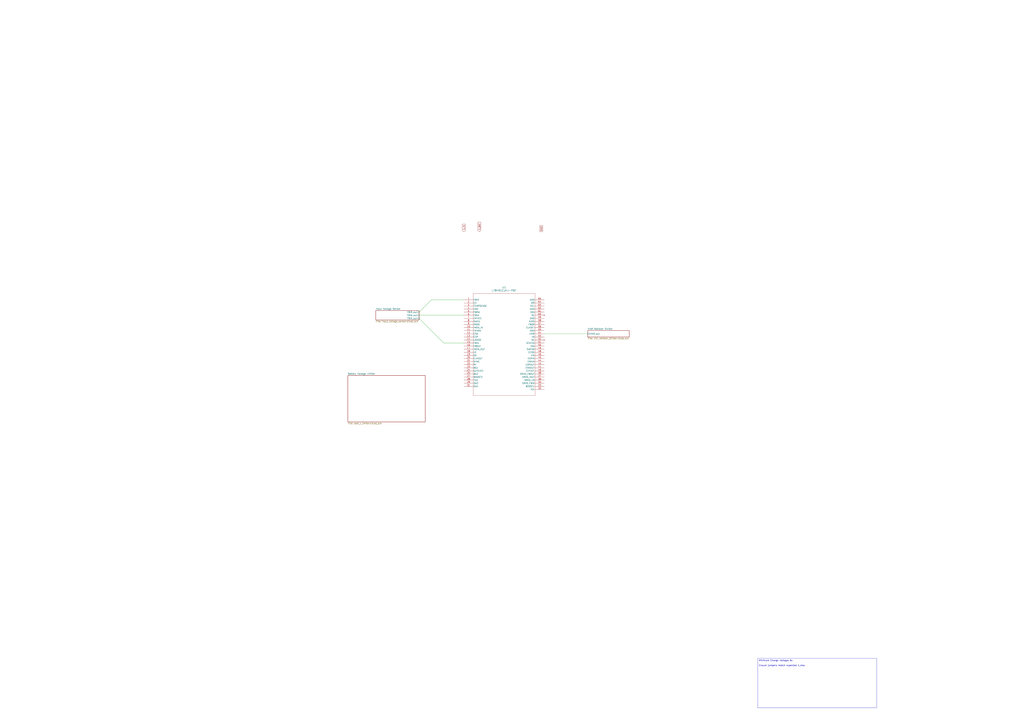
<source format=kicad_sch>
(kicad_sch (version 20230121) (generator eeschema)
  (paper "A1")
  (title_block (title "Transplutonic Resonator") (date "DRAFT") (rev "DRAFT") (company "Az Builds") (comment 1 "Multi-chemistry, multi-voltage battery management circuit") (comment 2 "Implements LT8491"))
  (lib_symbols
    (symbol "tp-lib:LT8491EUKJ-PBF" (pin_names (offset 0.254))
      (property "Reference" "U" (at 33.02 10.16 0))
      (property "Value" "LT8491EUKJ-PBF" (at 33.02 7.62 0))
      (symbol "LT8491EUKJ-PBF_0_1"
        (polyline (pts (xy 7.62 -78.74) (xy 58.42 -78.74)) (stroke (width 0.127)))
        (polyline (pts (xy 7.62 5.08) (xy 7.62 -78.74)) (stroke (width 0.127)))
        (polyline (pts (xy 58.42 -78.74) (xy 58.42 5.08)) (stroke (width 0.127)))
        (polyline (pts (xy 58.42 5.08) (xy 7.62 5.08)) (stroke (width 0.127)))
        (pin input line (at 0 0 0) (length 7.62) (name "FBIR") (number "1"))
        (pin unspecified line (at 0 -22.86 0) (length 7.62) (name "IMON_IN") (number "10"))
        (pin input line (at 0 -25.4 0) (length 7.62) (name "*SHDN") (number "11"))
        (pin input line (at 0 -27.94 0) (length 7.62) (name "CSN") (number "12"))
        (pin input line (at 0 -30.48 0) (length 7.62) (name "CSP") (number "13"))
        (pin power_in line (at 0 -33.02 0) (length 7.62) (name "LDO33") (number "14"))
        (pin input line (at 0 -35.56 0) (length 7.62) (name "FBIN") (number "15"))
        (pin input line (at 0 -38.1 0) (length 7.62) (name "FBOUT") (number "16"))
        (pin output line (at 0 -40.64 0) (length 7.62) (name "IMON_OUT") (number "17"))
        (pin output line (at 0 -43.18 0) (length 7.62) (name "VC") (number "18"))
        (pin input line (at 0 -45.72 0) (length 7.62) (name "SS") (number "19"))
        (pin input line (at 0 -2.54 0) (length 7.62) (name "CA") (number "2"))
        (pin output line (at 0 -48.26 0) (length 7.62) (name "CLKOUT") (number "20"))
        (pin unspecified line (at 0 -50.8 0) (length 7.62) (name "SYNC") (number "21"))
        (pin unspecified line (at 0 -53.34 0) (length 7.62) (name "RT") (number "22"))
        (pin power_in line (at 0 -55.88 0) (length 7.62) (name "BG1") (number "23"))
        (pin power_in line (at 0 -58.42 0) (length 7.62) (name "GATEVCC") (number "24"))
        (pin power_in line (at 0 -60.96 0) (length 7.62) (name "BG2") (number "25"))
        (pin power_in line (at 0 -63.5 0) (length 7.62) (name "BOOST2") (number "27"))
        (pin power_in line (at 0 -66.04 0) (length 7.62) (name "TG2") (number "28"))
        (pin power_in line (at 0 -68.58 0) (length 7.62) (name "SW2") (number "29"))
        (pin input line (at 0 -5.08 0) (length 7.62) (name "TEMPSENSE") (number "3"))
        (pin power_in line (at 0 -71.12 0) (length 7.62) (name "SW1") (number "31"))
        (pin power_in line (at 66.04 -73.66 180) (length 7.62) (name "TG1") (number "32"))
        (pin power_in line (at 66.04 -71.12 180) (length 7.62) (name "BOOST1") (number "33"))
        (pin output line (at 66.04 -68.58 180) (length 7.62) (name "SRVO_FBIN") (number "35"))
        (pin output line (at 66.04 -66.04 180) (length 7.62) (name "SRVO_IIN") (number "36"))
        (pin output line (at 66.04 -63.5 180) (length 7.62) (name "SRVO_IOUT") (number "37"))
        (pin output line (at 66.04 -60.96 180) (length 7.62) (name "SRVO_FBOUT") (number "38"))
        (pin power_in line (at 0 -7.62 0) (length 7.62) (name "VDD") (number "4"))
        (pin power_in line (at 66.04 -58.42 180) (length 7.62) (name "EXTVCC") (number "40"))
        (pin input line (at 66.04 -55.88 180) (length 7.62) (name "CSNOUT") (number "41"))
        (pin input line (at 66.04 -53.34 180) (length 7.62) (name "CSPOUT") (number "42"))
        (pin input line (at 66.04 -50.8 180) (length 7.62) (name "CSNIN") (number "44"))
        (pin input line (at 66.04 -48.26 180) (length 7.62) (name "CSPIN") (number "45"))
        (pin power_in line (at 66.04 -45.72 180) (length 7.62) (name "VIN") (number "46"))
        (pin output line (at 66.04 -43.18 180) (length 7.62) (name "ECON") (number "48"))
        (pin output line (at 66.04 -40.64 180) (length 7.62) (name "SWENO") (number "49"))
        (pin output line (at 0 -10.16 0) (length 7.62) (name "FBOW") (number "5"))
        (pin output line (at 66.04 -38.1 180) (length 7.62) (name "IOW") (number "50"))
        (pin output line (at 66.04 -35.56 180) (length 7.62) (name "STATUS") (number "51"))
        (pin no_connect line (at 66.04 -33.02 180) (length 7.62) (name "NC") (number "52"))
        (pin input line (at 66.04 -30.48 180) (length 7.62) (name "IIR") (number "53"))
        (pin input line (at 66.04 -27.94 180) (length 7.62) (name "VINR") (number "54"))
        (pin power_out line (at 66.04 -25.4 180) (length 7.62) (name "GND") (number "55"))
        (pin input line (at 66.04 -22.86 180) (length 7.62) (name "CLKDET") (number "56"))
        (pin input line (at 66.04 -20.32 180) (length 7.62) (name "FBOR") (number "57"))
        (pin power_in line (at 66.04 -17.78 180) (length 7.62) (name "AVDD") (number "58"))
        (pin power_out line (at 66.04 -15.24 180) (length 7.62) (name "GND") (number "59"))
        (pin output line (at 0 -12.7 0) (length 7.62) (name "FBIW") (number "6"))
        (pin no_connect line (at 66.04 -12.7 180) (length 7.62) (name "NC") (number "60"))
        (pin bidirectional line (at 66.04 -10.16 180) (length 7.62) (name "SDA") (number "61"))
        (pin power_out line (at 66.04 -7.62 180) (length 7.62) (name "GND") (number "62"))
        (pin input line (at 66.04 -5.08 180) (length 7.62) (name "SCL") (number "63"))
        (pin input line (at 66.04 -2.54 180) (length 7.62) (name "IOR") (number "64"))
        (pin power_out line (at 66.04 0 180) (length 7.62) (name "GND") (number "65"))
        (pin power_in line (at 0 -15.24 0) (length 7.62) (name "INTVCC") (number "7"))
        (pin input line (at 0 -17.78 0) (length 7.62) (name "SWEN") (number "8"))
        (pin input line (at 0 -20.32 0) (length 7.62) (name "MODE") (number "9"))
      )
    )
  )
  (wire (pts (xy 447.04 274.32) (xy 482.6 274.32)))
  (wire (pts (xy 381 246.38) (xy 354.33 246.38)))
  (wire (pts (xy 364.49 281.94) (xy 344.17 261.62)))
  (wire (pts (xy 344.17 259.08) (xy 381 259.08)))
  (wire (pts (xy 381 281.94) (xy 364.49 281.94)))
  (wire (pts (xy 354.33 246.38) (xy 344.17 256.54)))
  (text_box "Minimum Charge Voltage: 6v\n\nEnsure jumpers match expected V_max" (at 622.3 541.02 0) (size 97.79 40.64) (effects (font (size 1.27 1.27)) (justify left top)))
  (global_label "GND" (shape passive) (at 444.5 190.5 90) (property "Intersheetrefs" "${INTERSHEET_REFS}" (effects hide)))
  (global_label "V_IN" (shape input) (at 381 190.5 90) (property "Intersheetrefs" "${INTERSHEET_REFS}" (effects hide)))
  (global_label "V_BAT" (shape input) (at 393.7 190.5 90) (property "Intersheetrefs" "${INTERSHEET_REFS}" (effects hide)))
  (symbol (lib_id "tp-lib:LT8491EUKJ-PBF") (at 381 246.38 0) (unit 1)
    (property "Reference" "U1" (at 414.02 236.22 0) (effects (font (size 1.524 1.524))))
    (property "Value" "LT8491EUKJ-PBF" (at 414.02 238.76 0) (effects (font (size 1.524 1.524))))
    (property "Footprint" "05-08-1922_ADI" (effects hide))
    (property "Datasheet" "LT8491EUKJ-PBF" (effects hide))
  )
  (sheet (at 482.6 271.78) (size 34.29 5.08) (stroke (width 0.1524))
    (property "Sheetname" "VINR Resistor Divider" (at 482.6 271.0684 0) (effects (justify left bottom)))
    (property "Sheetfile" "vinr_resistor_divider.kicad_sch" (at 482.6 277.4446 0) (effects (justify left top)))
    (pin "VINR_out" passive (at 482.6 274.32 180))
  )
  (sheet (at 308.61 255.27) (size 35.56 7.62) (stroke (width 0.1524))
    (property "Sheetname" "Input Voltage Sensor" (at 308.61 254.5584 0) (effects (justify left bottom)))
    (property "Sheetfile" "input_voltage_sensor.kicad_sch" (at 308.61 263.4746 0) (effects (justify left top)))
    (pin "FBIR_out" input (at 344.17 256.54 0))
    (pin "FBIW_out" input (at 344.17 259.08 0))
    (pin "FBIN_out" input (at 344.17 261.62 0))
  )
  (sheet (at 285.75 308.61) (size 63.5 38.1) (stroke (width 0.1524))
    (property "Sheetname" "Battery Voltage Limiter" (at 285.75 307.8984 0) (effects (justify left bottom)))
    (property "Sheetfile" "batt_v_limiter.kicad_sch" (at 285.75 347.2946 0) (effects (justify left top)))
  )
)
</source>
